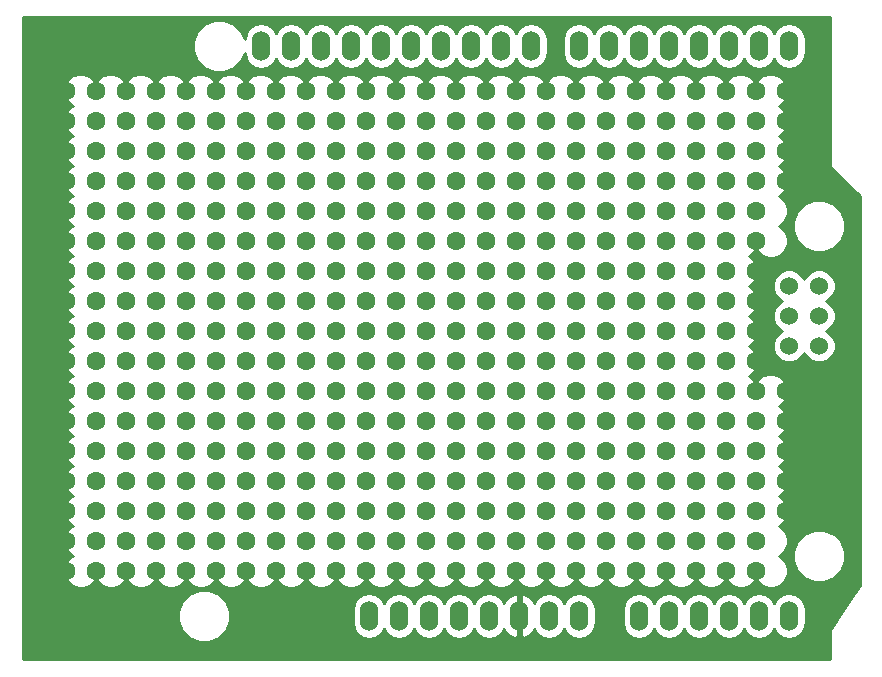
<source format=gbr>
G04 #@! TF.FileFunction,Copper,L2,Bot,Signal*
%FSLAX46Y46*%
G04 Gerber Fmt 4.6, Leading zero omitted, Abs format (unit mm)*
G04 Created by KiCad (PCBNEW 0.201506062246+5717~23~ubuntu15.04.1-product) date Mo 08 Jun 2015 17:14:42 CEST*
%MOMM*%
G01*
G04 APERTURE LIST*
%ADD10C,0.100000*%
%ADD11C,1.600000*%
%ADD12O,1.524000X2.540000*%
%ADD13C,1.524000*%
%ADD14C,0.254000*%
G04 APERTURE END LIST*
D10*
D11*
X67310000Y12700000D03*
X67310000Y15240000D03*
X67310000Y17780000D03*
X67310000Y20320000D03*
X67310000Y22860000D03*
X3810000Y53340000D03*
X6350000Y53340000D03*
X8890000Y53340000D03*
X11430000Y53340000D03*
X3810000Y50800000D03*
X6350000Y50800000D03*
X8890000Y50800000D03*
X11430000Y50800000D03*
X3810000Y5080000D03*
X6350000Y5080000D03*
X8890000Y5080000D03*
X11430000Y5080000D03*
X26670000Y5080000D03*
X24130000Y5080000D03*
X21590000Y5080000D03*
X19050000Y5080000D03*
X62230000Y7620000D03*
X59690000Y7620000D03*
X57150000Y7620000D03*
X54610000Y7620000D03*
X52070000Y7620000D03*
X49530000Y7620000D03*
X46990000Y7620000D03*
X44450000Y7620000D03*
X41910000Y7620000D03*
X39370000Y7620000D03*
X36830000Y7620000D03*
X34290000Y7620000D03*
X31750000Y7620000D03*
X29210000Y7620000D03*
X26670000Y7620000D03*
X24130000Y7620000D03*
X21590000Y7620000D03*
X19050000Y7620000D03*
X16510000Y7620000D03*
X13970000Y7620000D03*
X11430000Y7620000D03*
X8890000Y7620000D03*
X6350000Y7620000D03*
X3810000Y7620000D03*
X62230000Y10160000D03*
X59690000Y10160000D03*
X57150000Y10160000D03*
X54610000Y10160000D03*
X52070000Y10160000D03*
X49530000Y10160000D03*
X46990000Y10160000D03*
X44450000Y10160000D03*
X41910000Y10160000D03*
X39370000Y10160000D03*
X36830000Y10160000D03*
X34290000Y10160000D03*
X31750000Y10160000D03*
X29210000Y10160000D03*
X26670000Y10160000D03*
X24130000Y10160000D03*
X21590000Y10160000D03*
X19050000Y10160000D03*
X16510000Y10160000D03*
X13970000Y10160000D03*
X11430000Y10160000D03*
X8890000Y10160000D03*
X6350000Y10160000D03*
X3810000Y10160000D03*
X64770000Y12700000D03*
X62230000Y12700000D03*
X59690000Y12700000D03*
X57150000Y12700000D03*
X54610000Y12700000D03*
X52070000Y12700000D03*
X49530000Y12700000D03*
X46990000Y12700000D03*
X44450000Y12700000D03*
X41910000Y12700000D03*
X39370000Y12700000D03*
X36830000Y12700000D03*
X34290000Y12700000D03*
X31750000Y12700000D03*
X29210000Y12700000D03*
X26670000Y12700000D03*
X24130000Y12700000D03*
X21590000Y12700000D03*
X19050000Y12700000D03*
X16510000Y12700000D03*
X13970000Y12700000D03*
X11430000Y12700000D03*
X8890000Y12700000D03*
X6350000Y12700000D03*
X3810000Y12700000D03*
X64770000Y15240000D03*
X62230000Y15240000D03*
X59690000Y15240000D03*
X57150000Y15240000D03*
X54610000Y15240000D03*
X52070000Y15240000D03*
X49530000Y15240000D03*
X46990000Y15240000D03*
X44450000Y15240000D03*
X41910000Y15240000D03*
X39370000Y15240000D03*
X36830000Y15240000D03*
X34290000Y15240000D03*
X31750000Y15240000D03*
X29210000Y15240000D03*
X26670000Y15240000D03*
X24130000Y15240000D03*
X21590000Y15240000D03*
X19050000Y15240000D03*
X16510000Y15240000D03*
X13970000Y15240000D03*
X11430000Y15240000D03*
X8890000Y15240000D03*
X6350000Y15240000D03*
X3810000Y15240000D03*
X64770000Y17780000D03*
X62230000Y17780000D03*
X59690000Y17780000D03*
X57150000Y17780000D03*
X54610000Y17780000D03*
X52070000Y17780000D03*
X49530000Y17780000D03*
X46990000Y17780000D03*
X44450000Y17780000D03*
X41910000Y17780000D03*
X39370000Y17780000D03*
X36830000Y17780000D03*
X34290000Y17780000D03*
X31750000Y17780000D03*
X29210000Y17780000D03*
X26670000Y17780000D03*
X24130000Y17780000D03*
X21590000Y17780000D03*
X19050000Y17780000D03*
X16510000Y17780000D03*
X13970000Y17780000D03*
X11430000Y17780000D03*
X8890000Y17780000D03*
X6350000Y17780000D03*
X3810000Y17780000D03*
X64770000Y20320000D03*
X62230000Y20320000D03*
X59690000Y20320000D03*
X57150000Y20320000D03*
X54610000Y20320000D03*
X52070000Y20320000D03*
X49530000Y20320000D03*
X46990000Y20320000D03*
X44450000Y20320000D03*
X41910000Y20320000D03*
X39370000Y20320000D03*
X36830000Y20320000D03*
X34290000Y20320000D03*
X31750000Y20320000D03*
X29210000Y20320000D03*
X26670000Y20320000D03*
X24130000Y20320000D03*
X21590000Y20320000D03*
X19050000Y20320000D03*
X16510000Y20320000D03*
X13970000Y20320000D03*
X11430000Y20320000D03*
X8890000Y20320000D03*
X6350000Y20320000D03*
X3810000Y20320000D03*
X64770000Y22860000D03*
X62230000Y22860000D03*
X59690000Y22860000D03*
X57150000Y22860000D03*
X54610000Y22860000D03*
X52070000Y22860000D03*
X49530000Y22860000D03*
X46990000Y22860000D03*
X44450000Y22860000D03*
X41910000Y22860000D03*
X39370000Y22860000D03*
X36830000Y22860000D03*
X34290000Y22860000D03*
X31750000Y22860000D03*
X29210000Y22860000D03*
X26670000Y22860000D03*
X24130000Y22860000D03*
X21590000Y22860000D03*
X19050000Y22860000D03*
X16510000Y22860000D03*
X13970000Y22860000D03*
X11430000Y22860000D03*
X8890000Y22860000D03*
X6350000Y22860000D03*
X3810000Y22860000D03*
X62230000Y25400000D03*
X59690000Y25400000D03*
X57150000Y25400000D03*
X54610000Y25400000D03*
X52070000Y25400000D03*
X49530000Y25400000D03*
X46990000Y25400000D03*
X44450000Y25400000D03*
X41910000Y25400000D03*
X39370000Y25400000D03*
X36830000Y25400000D03*
X34290000Y25400000D03*
X31750000Y25400000D03*
X29210000Y25400000D03*
X26670000Y25400000D03*
X24130000Y25400000D03*
X21590000Y25400000D03*
X19050000Y25400000D03*
X16510000Y25400000D03*
X13970000Y25400000D03*
X11430000Y25400000D03*
X8890000Y25400000D03*
X6350000Y25400000D03*
X3810000Y25400000D03*
X62230000Y27940000D03*
X59690000Y27940000D03*
X57150000Y27940000D03*
X54610000Y27940000D03*
X52070000Y27940000D03*
X49530000Y27940000D03*
X46990000Y27940000D03*
X44450000Y27940000D03*
X41910000Y27940000D03*
X39370000Y27940000D03*
X36830000Y27940000D03*
X34290000Y27940000D03*
X31750000Y27940000D03*
X29210000Y27940000D03*
X26670000Y27940000D03*
X24130000Y27940000D03*
X21590000Y27940000D03*
X19050000Y27940000D03*
X16510000Y27940000D03*
X13970000Y27940000D03*
X11430000Y27940000D03*
X8890000Y27940000D03*
X6350000Y27940000D03*
X3810000Y27940000D03*
X62230000Y30480000D03*
X59690000Y30480000D03*
X57150000Y30480000D03*
X54610000Y30480000D03*
X52070000Y30480000D03*
X49530000Y30480000D03*
X46990000Y30480000D03*
X44450000Y30480000D03*
X41910000Y30480000D03*
X39370000Y30480000D03*
X36830000Y30480000D03*
X34290000Y30480000D03*
X31750000Y30480000D03*
X29210000Y30480000D03*
X26670000Y30480000D03*
X24130000Y30480000D03*
X21590000Y30480000D03*
X19050000Y30480000D03*
X16510000Y30480000D03*
X13970000Y30480000D03*
X11430000Y30480000D03*
X8890000Y30480000D03*
X6350000Y30480000D03*
X3810000Y30480000D03*
X62230000Y33020000D03*
X59690000Y33020000D03*
X57150000Y33020000D03*
X54610000Y33020000D03*
X52070000Y33020000D03*
X49530000Y33020000D03*
X46990000Y33020000D03*
X44450000Y33020000D03*
X41910000Y33020000D03*
X39370000Y33020000D03*
X36830000Y33020000D03*
X34290000Y33020000D03*
X31750000Y33020000D03*
X29210000Y33020000D03*
X26670000Y33020000D03*
X24130000Y33020000D03*
X21590000Y33020000D03*
X19050000Y33020000D03*
X16510000Y33020000D03*
X13970000Y33020000D03*
X11430000Y33020000D03*
X8890000Y33020000D03*
X6350000Y33020000D03*
X3810000Y33020000D03*
X62230000Y35560000D03*
X59690000Y35560000D03*
X57150000Y35560000D03*
X54610000Y35560000D03*
X52070000Y35560000D03*
X49530000Y35560000D03*
X46990000Y35560000D03*
X44450000Y35560000D03*
X41910000Y35560000D03*
X39370000Y35560000D03*
X36830000Y35560000D03*
X34290000Y35560000D03*
X31750000Y35560000D03*
X29210000Y35560000D03*
X26670000Y35560000D03*
X24130000Y35560000D03*
X21590000Y35560000D03*
X19050000Y35560000D03*
X16510000Y35560000D03*
X13970000Y35560000D03*
X11430000Y35560000D03*
X8890000Y35560000D03*
X6350000Y35560000D03*
X3810000Y35560000D03*
X62230000Y38100000D03*
X59690000Y38100000D03*
X57150000Y38100000D03*
X54610000Y38100000D03*
X52070000Y38100000D03*
X49530000Y38100000D03*
X46990000Y38100000D03*
X44450000Y38100000D03*
X41910000Y38100000D03*
X39370000Y38100000D03*
X36830000Y38100000D03*
X34290000Y38100000D03*
X31750000Y38100000D03*
X29210000Y38100000D03*
X26670000Y38100000D03*
X24130000Y38100000D03*
X21590000Y38100000D03*
X19050000Y38100000D03*
X16510000Y38100000D03*
X13970000Y38100000D03*
X11430000Y38100000D03*
X8890000Y38100000D03*
X6350000Y38100000D03*
X3810000Y38100000D03*
X64770000Y40640000D03*
X62230000Y40640000D03*
X59690000Y40640000D03*
X57150000Y40640000D03*
X54610000Y40640000D03*
X52070000Y40640000D03*
X49530000Y40640000D03*
X46990000Y40640000D03*
X44450000Y40640000D03*
X41910000Y40640000D03*
X39370000Y40640000D03*
X36830000Y40640000D03*
X34290000Y40640000D03*
X31750000Y40640000D03*
X29210000Y40640000D03*
X26670000Y40640000D03*
X24130000Y40640000D03*
X21590000Y40640000D03*
X19050000Y40640000D03*
X16510000Y40640000D03*
X13970000Y40640000D03*
X11430000Y40640000D03*
X8890000Y40640000D03*
X6350000Y40640000D03*
X3810000Y40640000D03*
X64770000Y43180000D03*
X62230000Y43180000D03*
X59690000Y43180000D03*
X57150000Y43180000D03*
X54610000Y43180000D03*
X52070000Y43180000D03*
X49530000Y43180000D03*
X46990000Y43180000D03*
X44450000Y43180000D03*
X41910000Y43180000D03*
X39370000Y43180000D03*
X36830000Y43180000D03*
X34290000Y43180000D03*
X31750000Y43180000D03*
X29210000Y43180000D03*
X26670000Y43180000D03*
X24130000Y43180000D03*
X21590000Y43180000D03*
X19050000Y43180000D03*
X16510000Y43180000D03*
X13970000Y43180000D03*
X11430000Y43180000D03*
X8890000Y43180000D03*
X6350000Y43180000D03*
X3810000Y43180000D03*
X64770000Y45720000D03*
X62230000Y45720000D03*
X59690000Y45720000D03*
X57150000Y45720000D03*
X54610000Y45720000D03*
X52070000Y45720000D03*
X49530000Y45720000D03*
X46990000Y45720000D03*
X44450000Y45720000D03*
X41910000Y45720000D03*
X39370000Y45720000D03*
X36830000Y45720000D03*
X34290000Y45720000D03*
X31750000Y45720000D03*
X29210000Y45720000D03*
X26670000Y45720000D03*
X24130000Y45720000D03*
X21590000Y45720000D03*
X19050000Y45720000D03*
X16510000Y45720000D03*
X13970000Y45720000D03*
X11430000Y45720000D03*
X8890000Y45720000D03*
X6350000Y45720000D03*
X3810000Y45720000D03*
X3810000Y48260000D03*
X64770000Y48260000D03*
X62230000Y48260000D03*
X59690000Y48260000D03*
X57150000Y48260000D03*
X54610000Y48260000D03*
X52070000Y48260000D03*
X49530000Y48260000D03*
X46990000Y48260000D03*
X44450000Y48260000D03*
X41910000Y48260000D03*
X39370000Y48260000D03*
X36830000Y48260000D03*
X34290000Y48260000D03*
X31750000Y48260000D03*
X29210000Y48260000D03*
X26670000Y48260000D03*
X24130000Y48260000D03*
X21590000Y48260000D03*
X19050000Y48260000D03*
X16510000Y48260000D03*
X13970000Y48260000D03*
X11430000Y48260000D03*
X8890000Y48260000D03*
X6350000Y48260000D03*
D12*
X65024000Y3810000D03*
X62484000Y3810000D03*
X59944000Y3810000D03*
X52324000Y3810000D03*
X54864000Y3810000D03*
X57404000Y3810000D03*
X47244000Y3810000D03*
X44704000Y3810000D03*
X42164000Y3810000D03*
X37084000Y3810000D03*
X34544000Y3810000D03*
X65024000Y52070000D03*
X62484000Y52070000D03*
X59944000Y52070000D03*
X57404000Y52070000D03*
X54864000Y52070000D03*
X52324000Y52070000D03*
X49784000Y52070000D03*
X47244000Y52070000D03*
X43180000Y52070000D03*
X40640000Y52070000D03*
X38100000Y52070000D03*
X35560000Y52070000D03*
X33020000Y52070000D03*
X30480000Y52070000D03*
X27940000Y52070000D03*
X25400000Y52070000D03*
X39624000Y3810000D03*
X22860000Y52070000D03*
X20320000Y52070000D03*
X32004000Y3810000D03*
X29464000Y3810000D03*
D13*
X65024000Y31750000D03*
X67564000Y31750000D03*
X65024000Y29210000D03*
X67564000Y29210000D03*
X65024000Y26670000D03*
X67564000Y26670000D03*
D14*
G36*
X70993000Y6388452D02*
X69786885Y4579280D01*
X69786885Y9330143D01*
X69786885Y37270143D01*
X69449242Y38087300D01*
X68824589Y38713045D01*
X68008022Y39052113D01*
X67123857Y39052885D01*
X66421000Y38762470D01*
X66421000Y51524679D01*
X66421000Y52615321D01*
X66314660Y53149930D01*
X66011828Y53603149D01*
X65558609Y53905981D01*
X65024000Y54012321D01*
X64489391Y53905981D01*
X64036172Y53603149D01*
X63754000Y53180850D01*
X63471828Y53603149D01*
X63018609Y53905981D01*
X62484000Y54012321D01*
X61949391Y53905981D01*
X61496172Y53603149D01*
X61214000Y53180850D01*
X60931828Y53603149D01*
X60478609Y53905981D01*
X59944000Y54012321D01*
X59409391Y53905981D01*
X58956172Y53603149D01*
X58674000Y53180850D01*
X58391828Y53603149D01*
X57938609Y53905981D01*
X57404000Y54012321D01*
X56869391Y53905981D01*
X56416172Y53603149D01*
X56134000Y53180850D01*
X55851828Y53603149D01*
X55398609Y53905981D01*
X54864000Y54012321D01*
X54329391Y53905981D01*
X53876172Y53603149D01*
X53594000Y53180850D01*
X53311828Y53603149D01*
X52858609Y53905981D01*
X52324000Y54012321D01*
X51789391Y53905981D01*
X51336172Y53603149D01*
X51054000Y53180850D01*
X50771828Y53603149D01*
X50318609Y53905981D01*
X49784000Y54012321D01*
X49249391Y53905981D01*
X48796172Y53603149D01*
X48514000Y53180850D01*
X48231828Y53603149D01*
X47778609Y53905981D01*
X47244000Y54012321D01*
X46709391Y53905981D01*
X46256172Y53603149D01*
X45953340Y53149930D01*
X45847000Y52615321D01*
X45847000Y51524679D01*
X45953340Y50990070D01*
X46256172Y50536851D01*
X46709391Y50234019D01*
X47244000Y50127679D01*
X47778609Y50234019D01*
X48231828Y50536851D01*
X48514000Y50959151D01*
X48796172Y50536851D01*
X49249391Y50234019D01*
X49784000Y50127679D01*
X50318609Y50234019D01*
X50771828Y50536851D01*
X51054000Y50959151D01*
X51336172Y50536851D01*
X51789391Y50234019D01*
X52324000Y50127679D01*
X52858609Y50234019D01*
X53311828Y50536851D01*
X53594000Y50959151D01*
X53876172Y50536851D01*
X54329391Y50234019D01*
X54864000Y50127679D01*
X55398609Y50234019D01*
X55851828Y50536851D01*
X56134000Y50959151D01*
X56416172Y50536851D01*
X56869391Y50234019D01*
X57404000Y50127679D01*
X57938609Y50234019D01*
X58391828Y50536851D01*
X58674000Y50959151D01*
X58956172Y50536851D01*
X59409391Y50234019D01*
X59944000Y50127679D01*
X60478609Y50234019D01*
X60931828Y50536851D01*
X61214000Y50959151D01*
X61496172Y50536851D01*
X61949391Y50234019D01*
X62484000Y50127679D01*
X63018609Y50234019D01*
X63471828Y50536851D01*
X63754000Y50959151D01*
X64036172Y50536851D01*
X64489391Y50234019D01*
X65024000Y50127679D01*
X65558609Y50234019D01*
X66011828Y50536851D01*
X66314660Y50990070D01*
X66421000Y51524679D01*
X66421000Y38762470D01*
X66306700Y38715242D01*
X65680955Y38090589D01*
X65341887Y37274022D01*
X65341115Y36389857D01*
X65678758Y35572700D01*
X66303411Y34946955D01*
X67119978Y34607887D01*
X68004143Y34607115D01*
X68821300Y34944758D01*
X69447045Y35569411D01*
X69786113Y36385978D01*
X69786885Y37270143D01*
X69786885Y9330143D01*
X69449242Y10147300D01*
X68961242Y10636154D01*
X68961242Y26946661D01*
X68749010Y27460303D01*
X68356370Y27853629D01*
X68148487Y27939950D01*
X68354303Y28024990D01*
X68747629Y28417630D01*
X68960757Y28930900D01*
X68961242Y29486661D01*
X68749010Y30000303D01*
X68356370Y30393629D01*
X68148487Y30479950D01*
X68354303Y30564990D01*
X68747629Y30957630D01*
X68960757Y31470900D01*
X68961242Y32026661D01*
X68749010Y32540303D01*
X68356370Y32933629D01*
X67843100Y33146757D01*
X67287339Y33147242D01*
X66773697Y32935010D01*
X66380371Y32542370D01*
X66294050Y32334488D01*
X66209010Y32540303D01*
X65816370Y32933629D01*
X65303100Y33146757D01*
X64747339Y33147242D01*
X64233697Y32935010D01*
X63840371Y32542370D01*
X63627243Y32029100D01*
X63626758Y31473339D01*
X63838990Y30959697D01*
X64231630Y30566371D01*
X64439512Y30480051D01*
X64233697Y30395010D01*
X63840371Y30002370D01*
X63627243Y29489100D01*
X63626758Y28933339D01*
X63838990Y28419697D01*
X64231630Y28026371D01*
X64439512Y27940051D01*
X64233697Y27855010D01*
X63840371Y27462370D01*
X63627243Y26949100D01*
X63626758Y26393339D01*
X63838990Y25879697D01*
X64231630Y25486371D01*
X64744900Y25273243D01*
X65300661Y25272758D01*
X65814303Y25484990D01*
X66207629Y25877630D01*
X66293949Y26085513D01*
X66378990Y25879697D01*
X66771630Y25486371D01*
X67284900Y25273243D01*
X67840661Y25272758D01*
X68354303Y25484990D01*
X68747629Y25877630D01*
X68960757Y26390900D01*
X68961242Y26946661D01*
X68961242Y10636154D01*
X68824589Y10773045D01*
X68008022Y11112113D01*
X67123857Y11112885D01*
X66306700Y10775242D01*
X65680955Y10150589D01*
X65341887Y9334022D01*
X65341115Y8449857D01*
X65678758Y7632700D01*
X66303411Y7006955D01*
X67119978Y6667887D01*
X68004143Y6667115D01*
X68821300Y7004758D01*
X69447045Y7629411D01*
X69786113Y8445978D01*
X69786885Y9330143D01*
X69786885Y4579280D01*
X68474330Y2610447D01*
X68469581Y2598950D01*
X68462667Y2588601D01*
X68460213Y2576268D01*
X68455414Y2564646D01*
X68455427Y2552203D01*
X68453000Y2540000D01*
X68453000Y127000D01*
X66421000Y127000D01*
X66421000Y3264679D01*
X66421000Y4355321D01*
X66314660Y4889930D01*
X66011828Y5343149D01*
X65558609Y5645981D01*
X65024000Y5752321D01*
X64935248Y5734668D01*
X64935248Y7904187D01*
X64717243Y8431800D01*
X64313923Y8835824D01*
X64183784Y8889863D01*
X64311800Y8942757D01*
X64715824Y9346077D01*
X64934750Y9873309D01*
X64935248Y10444187D01*
X64717243Y10971800D01*
X64313923Y11375824D01*
X64183784Y11429863D01*
X64311800Y11482757D01*
X64715824Y11886077D01*
X64934750Y12413309D01*
X64935248Y12984187D01*
X64717243Y13511800D01*
X64313923Y13915824D01*
X64183784Y13969863D01*
X64311800Y14022757D01*
X64715824Y14426077D01*
X64934750Y14953309D01*
X64935248Y15524187D01*
X64717243Y16051800D01*
X64313923Y16455824D01*
X64183784Y16509863D01*
X64311800Y16562757D01*
X64715824Y16966077D01*
X64934750Y17493309D01*
X64935248Y18064187D01*
X64717243Y18591800D01*
X64313923Y18995824D01*
X64183784Y19049863D01*
X64311800Y19102757D01*
X64715824Y19506077D01*
X64934750Y20033309D01*
X64935248Y20604187D01*
X64717243Y21131800D01*
X64313923Y21535824D01*
X64183784Y21589863D01*
X64311800Y21642757D01*
X64715824Y22046077D01*
X64934750Y22573309D01*
X64935248Y23144187D01*
X64717243Y23671800D01*
X64313923Y24075824D01*
X63786691Y24294750D01*
X63215813Y24295248D01*
X62688200Y24077243D01*
X62284176Y23673923D01*
X62230137Y23543785D01*
X62177243Y23671800D01*
X61773923Y24075824D01*
X61643784Y24129863D01*
X61771800Y24182757D01*
X62175824Y24586077D01*
X62394750Y25113309D01*
X62395248Y25684187D01*
X62177243Y26211800D01*
X61773923Y26615824D01*
X61643784Y26669863D01*
X61771800Y26722757D01*
X62175824Y27126077D01*
X62394750Y27653309D01*
X62395248Y28224187D01*
X62177243Y28751800D01*
X61773923Y29155824D01*
X61643784Y29209863D01*
X61771800Y29262757D01*
X62175824Y29666077D01*
X62394750Y30193309D01*
X62395248Y30764187D01*
X62177243Y31291800D01*
X61773923Y31695824D01*
X61643784Y31749863D01*
X61771800Y31802757D01*
X62175824Y32206077D01*
X62394750Y32733309D01*
X62395248Y33304187D01*
X62177243Y33831800D01*
X61773923Y34235824D01*
X61643784Y34289863D01*
X61771800Y34342757D01*
X62175824Y34746077D01*
X62229862Y34876216D01*
X62282757Y34748200D01*
X62686077Y34344176D01*
X63213309Y34125250D01*
X63784187Y34124752D01*
X64311800Y34342757D01*
X64715824Y34746077D01*
X64934750Y35273309D01*
X64935248Y35844187D01*
X64717243Y36371800D01*
X64313923Y36775824D01*
X64183784Y36829863D01*
X64311800Y36882757D01*
X64715824Y37286077D01*
X64934750Y37813309D01*
X64935248Y38384187D01*
X64717243Y38911800D01*
X64313923Y39315824D01*
X64183784Y39369863D01*
X64311800Y39422757D01*
X64715824Y39826077D01*
X64934750Y40353309D01*
X64935248Y40924187D01*
X64717243Y41451800D01*
X64313923Y41855824D01*
X64183784Y41909863D01*
X64311800Y41962757D01*
X64715824Y42366077D01*
X64934750Y42893309D01*
X64935248Y43464187D01*
X64717243Y43991800D01*
X64313923Y44395824D01*
X64183784Y44449863D01*
X64311800Y44502757D01*
X64715824Y44906077D01*
X64934750Y45433309D01*
X64935248Y46004187D01*
X64717243Y46531800D01*
X64313923Y46935824D01*
X64183784Y46989863D01*
X64311800Y47042757D01*
X64715824Y47446077D01*
X64934750Y47973309D01*
X64935248Y48544187D01*
X64717243Y49071800D01*
X64313923Y49475824D01*
X63786691Y49694750D01*
X63215813Y49695248D01*
X62688200Y49477243D01*
X62284176Y49073923D01*
X62230137Y48943785D01*
X62177243Y49071800D01*
X61773923Y49475824D01*
X61246691Y49694750D01*
X60675813Y49695248D01*
X60148200Y49477243D01*
X59744176Y49073923D01*
X59690137Y48943785D01*
X59637243Y49071800D01*
X59233923Y49475824D01*
X58706691Y49694750D01*
X58135813Y49695248D01*
X57608200Y49477243D01*
X57204176Y49073923D01*
X57150137Y48943785D01*
X57097243Y49071800D01*
X56693923Y49475824D01*
X56166691Y49694750D01*
X55595813Y49695248D01*
X55068200Y49477243D01*
X54664176Y49073923D01*
X54610137Y48943785D01*
X54557243Y49071800D01*
X54153923Y49475824D01*
X53626691Y49694750D01*
X53055813Y49695248D01*
X52528200Y49477243D01*
X52124176Y49073923D01*
X52070137Y48943785D01*
X52017243Y49071800D01*
X51613923Y49475824D01*
X51086691Y49694750D01*
X50515813Y49695248D01*
X49988200Y49477243D01*
X49584176Y49073923D01*
X49530137Y48943785D01*
X49477243Y49071800D01*
X49073923Y49475824D01*
X48546691Y49694750D01*
X47975813Y49695248D01*
X47448200Y49477243D01*
X47044176Y49073923D01*
X46990137Y48943785D01*
X46937243Y49071800D01*
X46533923Y49475824D01*
X46006691Y49694750D01*
X45435813Y49695248D01*
X44908200Y49477243D01*
X44577000Y49146621D01*
X44577000Y51524679D01*
X44577000Y52615321D01*
X44470660Y53149930D01*
X44167828Y53603149D01*
X43714609Y53905981D01*
X43180000Y54012321D01*
X42645391Y53905981D01*
X42192172Y53603149D01*
X41910000Y53180850D01*
X41627828Y53603149D01*
X41174609Y53905981D01*
X40640000Y54012321D01*
X40105391Y53905981D01*
X39652172Y53603149D01*
X39370000Y53180850D01*
X39087828Y53603149D01*
X38634609Y53905981D01*
X38100000Y54012321D01*
X37565391Y53905981D01*
X37112172Y53603149D01*
X36830000Y53180850D01*
X36547828Y53603149D01*
X36094609Y53905981D01*
X35560000Y54012321D01*
X35025391Y53905981D01*
X34572172Y53603149D01*
X34290000Y53180850D01*
X34007828Y53603149D01*
X33554609Y53905981D01*
X33020000Y54012321D01*
X32485391Y53905981D01*
X32032172Y53603149D01*
X31750000Y53180850D01*
X31467828Y53603149D01*
X31014609Y53905981D01*
X30480000Y54012321D01*
X29945391Y53905981D01*
X29492172Y53603149D01*
X29210000Y53180850D01*
X28927828Y53603149D01*
X28474609Y53905981D01*
X27940000Y54012321D01*
X27405391Y53905981D01*
X26952172Y53603149D01*
X26670000Y53180850D01*
X26387828Y53603149D01*
X25934609Y53905981D01*
X25400000Y54012321D01*
X24865391Y53905981D01*
X24412172Y53603149D01*
X24130000Y53180850D01*
X23847828Y53603149D01*
X23394609Y53905981D01*
X22860000Y54012321D01*
X22325391Y53905981D01*
X21872172Y53603149D01*
X21590000Y53180850D01*
X21307828Y53603149D01*
X20854609Y53905981D01*
X20320000Y54012321D01*
X19785391Y53905981D01*
X19332172Y53603149D01*
X19029340Y53149930D01*
X18929637Y52648692D01*
X18649242Y53327300D01*
X18024589Y53953045D01*
X17208022Y54292113D01*
X16323857Y54292885D01*
X15506700Y53955242D01*
X14880955Y53330589D01*
X14541887Y52514022D01*
X14541115Y51629857D01*
X14878758Y50812700D01*
X15503411Y50186955D01*
X16319978Y49847887D01*
X17204143Y49847115D01*
X18021300Y50184758D01*
X18647045Y50809411D01*
X18929817Y51490404D01*
X19029340Y50990070D01*
X19332172Y50536851D01*
X19785391Y50234019D01*
X20320000Y50127679D01*
X20854609Y50234019D01*
X21307828Y50536851D01*
X21590000Y50959151D01*
X21872172Y50536851D01*
X22325391Y50234019D01*
X22860000Y50127679D01*
X23394609Y50234019D01*
X23847828Y50536851D01*
X24130000Y50959151D01*
X24412172Y50536851D01*
X24865391Y50234019D01*
X25400000Y50127679D01*
X25934609Y50234019D01*
X26387828Y50536851D01*
X26670000Y50959151D01*
X26952172Y50536851D01*
X27405391Y50234019D01*
X27940000Y50127679D01*
X28474609Y50234019D01*
X28927828Y50536851D01*
X29210000Y50959151D01*
X29492172Y50536851D01*
X29945391Y50234019D01*
X30480000Y50127679D01*
X31014609Y50234019D01*
X31467828Y50536851D01*
X31750000Y50959151D01*
X32032172Y50536851D01*
X32485391Y50234019D01*
X33020000Y50127679D01*
X33554609Y50234019D01*
X34007828Y50536851D01*
X34290000Y50959151D01*
X34572172Y50536851D01*
X35025391Y50234019D01*
X35560000Y50127679D01*
X36094609Y50234019D01*
X36547828Y50536851D01*
X36830000Y50959151D01*
X37112172Y50536851D01*
X37565391Y50234019D01*
X38100000Y50127679D01*
X38634609Y50234019D01*
X39087828Y50536851D01*
X39370000Y50959151D01*
X39652172Y50536851D01*
X40105391Y50234019D01*
X40640000Y50127679D01*
X41174609Y50234019D01*
X41627828Y50536851D01*
X41910000Y50959151D01*
X42192172Y50536851D01*
X42645391Y50234019D01*
X43180000Y50127679D01*
X43714609Y50234019D01*
X44167828Y50536851D01*
X44470660Y50990070D01*
X44577000Y51524679D01*
X44577000Y49146621D01*
X44504176Y49073923D01*
X44450137Y48943785D01*
X44397243Y49071800D01*
X43993923Y49475824D01*
X43466691Y49694750D01*
X42895813Y49695248D01*
X42368200Y49477243D01*
X41964176Y49073923D01*
X41910137Y48943785D01*
X41857243Y49071800D01*
X41453923Y49475824D01*
X40926691Y49694750D01*
X40355813Y49695248D01*
X39828200Y49477243D01*
X39424176Y49073923D01*
X39370137Y48943785D01*
X39317243Y49071800D01*
X38913923Y49475824D01*
X38386691Y49694750D01*
X37815813Y49695248D01*
X37288200Y49477243D01*
X36884176Y49073923D01*
X36830137Y48943785D01*
X36777243Y49071800D01*
X36373923Y49475824D01*
X35846691Y49694750D01*
X35275813Y49695248D01*
X34748200Y49477243D01*
X34344176Y49073923D01*
X34290137Y48943785D01*
X34237243Y49071800D01*
X33833923Y49475824D01*
X33306691Y49694750D01*
X32735813Y49695248D01*
X32208200Y49477243D01*
X31804176Y49073923D01*
X31750137Y48943785D01*
X31697243Y49071800D01*
X31293923Y49475824D01*
X30766691Y49694750D01*
X30195813Y49695248D01*
X29668200Y49477243D01*
X29264176Y49073923D01*
X29210137Y48943785D01*
X29157243Y49071800D01*
X28753923Y49475824D01*
X28226691Y49694750D01*
X27655813Y49695248D01*
X27128200Y49477243D01*
X26724176Y49073923D01*
X26670137Y48943785D01*
X26617243Y49071800D01*
X26213923Y49475824D01*
X25686691Y49694750D01*
X25115813Y49695248D01*
X24588200Y49477243D01*
X24184176Y49073923D01*
X24130137Y48943785D01*
X24077243Y49071800D01*
X23673923Y49475824D01*
X23146691Y49694750D01*
X22575813Y49695248D01*
X22048200Y49477243D01*
X21644176Y49073923D01*
X21590137Y48943785D01*
X21537243Y49071800D01*
X21133923Y49475824D01*
X20606691Y49694750D01*
X20035813Y49695248D01*
X19508200Y49477243D01*
X19104176Y49073923D01*
X19050137Y48943785D01*
X18997243Y49071800D01*
X18593923Y49475824D01*
X18066691Y49694750D01*
X17495813Y49695248D01*
X16968200Y49477243D01*
X16564176Y49073923D01*
X16510137Y48943785D01*
X16457243Y49071800D01*
X16053923Y49475824D01*
X15526691Y49694750D01*
X14955813Y49695248D01*
X14428200Y49477243D01*
X14024176Y49073923D01*
X13970137Y48943785D01*
X13917243Y49071800D01*
X13513923Y49475824D01*
X12986691Y49694750D01*
X12415813Y49695248D01*
X11888200Y49477243D01*
X11484176Y49073923D01*
X11430137Y48943785D01*
X11377243Y49071800D01*
X10973923Y49475824D01*
X10446691Y49694750D01*
X9875813Y49695248D01*
X9348200Y49477243D01*
X8944176Y49073923D01*
X8890137Y48943785D01*
X8837243Y49071800D01*
X8433923Y49475824D01*
X7906691Y49694750D01*
X7335813Y49695248D01*
X6808200Y49477243D01*
X6404176Y49073923D01*
X6350137Y48943785D01*
X6297243Y49071800D01*
X5893923Y49475824D01*
X5366691Y49694750D01*
X4795813Y49695248D01*
X4268200Y49477243D01*
X3864176Y49073923D01*
X3645250Y48546691D01*
X3644752Y47975813D01*
X3862757Y47448200D01*
X4266077Y47044176D01*
X4396215Y46990138D01*
X4268200Y46937243D01*
X3864176Y46533923D01*
X3645250Y46006691D01*
X3644752Y45435813D01*
X3862757Y44908200D01*
X4266077Y44504176D01*
X4396215Y44450138D01*
X4268200Y44397243D01*
X3864176Y43993923D01*
X3645250Y43466691D01*
X3644752Y42895813D01*
X3862757Y42368200D01*
X4266077Y41964176D01*
X4396215Y41910138D01*
X4268200Y41857243D01*
X3864176Y41453923D01*
X3645250Y40926691D01*
X3644752Y40355813D01*
X3862757Y39828200D01*
X4266077Y39424176D01*
X4396215Y39370138D01*
X4268200Y39317243D01*
X3864176Y38913923D01*
X3645250Y38386691D01*
X3644752Y37815813D01*
X3862757Y37288200D01*
X4266077Y36884176D01*
X4396215Y36830138D01*
X4268200Y36777243D01*
X3864176Y36373923D01*
X3645250Y35846691D01*
X3644752Y35275813D01*
X3862757Y34748200D01*
X4266077Y34344176D01*
X4396215Y34290138D01*
X4268200Y34237243D01*
X3864176Y33833923D01*
X3645250Y33306691D01*
X3644752Y32735813D01*
X3862757Y32208200D01*
X4266077Y31804176D01*
X4396215Y31750138D01*
X4268200Y31697243D01*
X3864176Y31293923D01*
X3645250Y30766691D01*
X3644752Y30195813D01*
X3862757Y29668200D01*
X4266077Y29264176D01*
X4396215Y29210138D01*
X4268200Y29157243D01*
X3864176Y28753923D01*
X3645250Y28226691D01*
X3644752Y27655813D01*
X3862757Y27128200D01*
X4266077Y26724176D01*
X4396215Y26670138D01*
X4268200Y26617243D01*
X3864176Y26213923D01*
X3645250Y25686691D01*
X3644752Y25115813D01*
X3862757Y24588200D01*
X4266077Y24184176D01*
X4396215Y24130138D01*
X4268200Y24077243D01*
X3864176Y23673923D01*
X3645250Y23146691D01*
X3644752Y22575813D01*
X3862757Y22048200D01*
X4266077Y21644176D01*
X4396215Y21590138D01*
X4268200Y21537243D01*
X3864176Y21133923D01*
X3645250Y20606691D01*
X3644752Y20035813D01*
X3862757Y19508200D01*
X4266077Y19104176D01*
X4396215Y19050138D01*
X4268200Y18997243D01*
X3864176Y18593923D01*
X3645250Y18066691D01*
X3644752Y17495813D01*
X3862757Y16968200D01*
X4266077Y16564176D01*
X4396215Y16510138D01*
X4268200Y16457243D01*
X3864176Y16053923D01*
X3645250Y15526691D01*
X3644752Y14955813D01*
X3862757Y14428200D01*
X4266077Y14024176D01*
X4396215Y13970138D01*
X4268200Y13917243D01*
X3864176Y13513923D01*
X3645250Y12986691D01*
X3644752Y12415813D01*
X3862757Y11888200D01*
X4266077Y11484176D01*
X4396215Y11430138D01*
X4268200Y11377243D01*
X3864176Y10973923D01*
X3645250Y10446691D01*
X3644752Y9875813D01*
X3862757Y9348200D01*
X4266077Y8944176D01*
X4396215Y8890138D01*
X4268200Y8837243D01*
X3864176Y8433923D01*
X3645250Y7906691D01*
X3644752Y7335813D01*
X3862757Y6808200D01*
X4266077Y6404176D01*
X4793309Y6185250D01*
X5364187Y6184752D01*
X5891800Y6402757D01*
X6295824Y6806077D01*
X6349862Y6936216D01*
X6402757Y6808200D01*
X6806077Y6404176D01*
X7333309Y6185250D01*
X7904187Y6184752D01*
X8431800Y6402757D01*
X8835824Y6806077D01*
X8889862Y6936216D01*
X8942757Y6808200D01*
X9346077Y6404176D01*
X9873309Y6185250D01*
X10444187Y6184752D01*
X10971800Y6402757D01*
X11375824Y6806077D01*
X11429862Y6936216D01*
X11482757Y6808200D01*
X11886077Y6404176D01*
X12413309Y6185250D01*
X12984187Y6184752D01*
X13511800Y6402757D01*
X13915824Y6806077D01*
X13969862Y6936216D01*
X14022757Y6808200D01*
X14426077Y6404176D01*
X14953309Y6185250D01*
X15524187Y6184752D01*
X16051800Y6402757D01*
X16455824Y6806077D01*
X16509862Y6936216D01*
X16562757Y6808200D01*
X16966077Y6404176D01*
X17493309Y6185250D01*
X18064187Y6184752D01*
X18591800Y6402757D01*
X18995824Y6806077D01*
X19049862Y6936216D01*
X19102757Y6808200D01*
X19506077Y6404176D01*
X20033309Y6185250D01*
X20604187Y6184752D01*
X21131800Y6402757D01*
X21535824Y6806077D01*
X21589862Y6936216D01*
X21642757Y6808200D01*
X22046077Y6404176D01*
X22573309Y6185250D01*
X23144187Y6184752D01*
X23671800Y6402757D01*
X24075824Y6806077D01*
X24129862Y6936216D01*
X24182757Y6808200D01*
X24586077Y6404176D01*
X25113309Y6185250D01*
X25684187Y6184752D01*
X26211800Y6402757D01*
X26615824Y6806077D01*
X26669862Y6936216D01*
X26722757Y6808200D01*
X27126077Y6404176D01*
X27653309Y6185250D01*
X28224187Y6184752D01*
X28751800Y6402757D01*
X29155824Y6806077D01*
X29209862Y6936216D01*
X29262757Y6808200D01*
X29666077Y6404176D01*
X30193309Y6185250D01*
X30764187Y6184752D01*
X31291800Y6402757D01*
X31695824Y6806077D01*
X31749862Y6936216D01*
X31802757Y6808200D01*
X32206077Y6404176D01*
X32733309Y6185250D01*
X33304187Y6184752D01*
X33831800Y6402757D01*
X34235824Y6806077D01*
X34289862Y6936216D01*
X34342757Y6808200D01*
X34746077Y6404176D01*
X35273309Y6185250D01*
X35844187Y6184752D01*
X36371800Y6402757D01*
X36775824Y6806077D01*
X36829862Y6936216D01*
X36882757Y6808200D01*
X37286077Y6404176D01*
X37813309Y6185250D01*
X38384187Y6184752D01*
X38911800Y6402757D01*
X39315824Y6806077D01*
X39369862Y6936216D01*
X39422757Y6808200D01*
X39826077Y6404176D01*
X40353309Y6185250D01*
X40924187Y6184752D01*
X41451800Y6402757D01*
X41855824Y6806077D01*
X41909862Y6936216D01*
X41962757Y6808200D01*
X42366077Y6404176D01*
X42893309Y6185250D01*
X43464187Y6184752D01*
X43991800Y6402757D01*
X44395824Y6806077D01*
X44449862Y6936216D01*
X44502757Y6808200D01*
X44906077Y6404176D01*
X45433309Y6185250D01*
X46004187Y6184752D01*
X46531800Y6402757D01*
X46935824Y6806077D01*
X46989862Y6936216D01*
X47042757Y6808200D01*
X47446077Y6404176D01*
X47973309Y6185250D01*
X48544187Y6184752D01*
X49071800Y6402757D01*
X49475824Y6806077D01*
X49529862Y6936216D01*
X49582757Y6808200D01*
X49986077Y6404176D01*
X50513309Y6185250D01*
X51084187Y6184752D01*
X51611800Y6402757D01*
X52015824Y6806077D01*
X52069862Y6936216D01*
X52122757Y6808200D01*
X52526077Y6404176D01*
X53053309Y6185250D01*
X53624187Y6184752D01*
X54151800Y6402757D01*
X54555824Y6806077D01*
X54609862Y6936216D01*
X54662757Y6808200D01*
X55066077Y6404176D01*
X55593309Y6185250D01*
X56164187Y6184752D01*
X56691800Y6402757D01*
X57095824Y6806077D01*
X57149862Y6936216D01*
X57202757Y6808200D01*
X57606077Y6404176D01*
X58133309Y6185250D01*
X58704187Y6184752D01*
X59231800Y6402757D01*
X59635824Y6806077D01*
X59689862Y6936216D01*
X59742757Y6808200D01*
X60146077Y6404176D01*
X60673309Y6185250D01*
X61244187Y6184752D01*
X61771800Y6402757D01*
X62175824Y6806077D01*
X62229862Y6936216D01*
X62282757Y6808200D01*
X62686077Y6404176D01*
X63213309Y6185250D01*
X63784187Y6184752D01*
X64311800Y6402757D01*
X64715824Y6806077D01*
X64934750Y7333309D01*
X64935248Y7904187D01*
X64935248Y5734668D01*
X64489391Y5645981D01*
X64036172Y5343149D01*
X63754000Y4920850D01*
X63471828Y5343149D01*
X63018609Y5645981D01*
X62484000Y5752321D01*
X61949391Y5645981D01*
X61496172Y5343149D01*
X61214000Y4920850D01*
X60931828Y5343149D01*
X60478609Y5645981D01*
X59944000Y5752321D01*
X59409391Y5645981D01*
X58956172Y5343149D01*
X58674000Y4920850D01*
X58391828Y5343149D01*
X57938609Y5645981D01*
X57404000Y5752321D01*
X56869391Y5645981D01*
X56416172Y5343149D01*
X56134000Y4920850D01*
X55851828Y5343149D01*
X55398609Y5645981D01*
X54864000Y5752321D01*
X54329391Y5645981D01*
X53876172Y5343149D01*
X53594000Y4920850D01*
X53311828Y5343149D01*
X52858609Y5645981D01*
X52324000Y5752321D01*
X51789391Y5645981D01*
X51336172Y5343149D01*
X51033340Y4889930D01*
X50927000Y4355321D01*
X50927000Y3264679D01*
X51033340Y2730070D01*
X51336172Y2276851D01*
X51789391Y1974019D01*
X52324000Y1867679D01*
X52858609Y1974019D01*
X53311828Y2276851D01*
X53594000Y2699151D01*
X53876172Y2276851D01*
X54329391Y1974019D01*
X54864000Y1867679D01*
X55398609Y1974019D01*
X55851828Y2276851D01*
X56134000Y2699151D01*
X56416172Y2276851D01*
X56869391Y1974019D01*
X57404000Y1867679D01*
X57938609Y1974019D01*
X58391828Y2276851D01*
X58674000Y2699151D01*
X58956172Y2276851D01*
X59409391Y1974019D01*
X59944000Y1867679D01*
X60478609Y1974019D01*
X60931828Y2276851D01*
X61214000Y2699151D01*
X61496172Y2276851D01*
X61949391Y1974019D01*
X62484000Y1867679D01*
X63018609Y1974019D01*
X63471828Y2276851D01*
X63754000Y2699151D01*
X64036172Y2276851D01*
X64489391Y1974019D01*
X65024000Y1867679D01*
X65558609Y1974019D01*
X66011828Y2276851D01*
X66314660Y2730070D01*
X66421000Y3264679D01*
X66421000Y127000D01*
X48641000Y127000D01*
X48641000Y3264679D01*
X48641000Y4355321D01*
X48534660Y4889930D01*
X48231828Y5343149D01*
X47778609Y5645981D01*
X47244000Y5752321D01*
X46709391Y5645981D01*
X46256172Y5343149D01*
X45974000Y4920850D01*
X45691828Y5343149D01*
X45238609Y5645981D01*
X44704000Y5752321D01*
X44169391Y5645981D01*
X43716172Y5343149D01*
X43424670Y4906887D01*
X43406059Y4969941D01*
X43062026Y5395630D01*
X42581277Y5657260D01*
X42507070Y5672220D01*
X42291000Y5549720D01*
X42291000Y3937000D01*
X42311000Y3937000D01*
X42311000Y3683000D01*
X42291000Y3683000D01*
X42291000Y2070280D01*
X42507070Y1947780D01*
X42581277Y1962740D01*
X43062026Y2224370D01*
X43406059Y2650059D01*
X43424670Y2713114D01*
X43716172Y2276851D01*
X44169391Y1974019D01*
X44704000Y1867679D01*
X45238609Y1974019D01*
X45691828Y2276851D01*
X45974000Y2699151D01*
X46256172Y2276851D01*
X46709391Y1974019D01*
X47244000Y1867679D01*
X47778609Y1974019D01*
X48231828Y2276851D01*
X48534660Y2730070D01*
X48641000Y3264679D01*
X48641000Y127000D01*
X42037000Y127000D01*
X42037000Y2070280D01*
X42037000Y3683000D01*
X42017000Y3683000D01*
X42017000Y3937000D01*
X42037000Y3937000D01*
X42037000Y5549720D01*
X41820930Y5672220D01*
X41746723Y5657260D01*
X41265974Y5395630D01*
X40921941Y4969941D01*
X40903329Y4906887D01*
X40611828Y5343149D01*
X40158609Y5645981D01*
X39624000Y5752321D01*
X39089391Y5645981D01*
X38636172Y5343149D01*
X38354000Y4920850D01*
X38071828Y5343149D01*
X37618609Y5645981D01*
X37084000Y5752321D01*
X36549391Y5645981D01*
X36096172Y5343149D01*
X35814000Y4920850D01*
X35531828Y5343149D01*
X35078609Y5645981D01*
X34544000Y5752321D01*
X34009391Y5645981D01*
X33556172Y5343149D01*
X33274000Y4920850D01*
X32991828Y5343149D01*
X32538609Y5645981D01*
X32004000Y5752321D01*
X31469391Y5645981D01*
X31016172Y5343149D01*
X30734000Y4920850D01*
X30451828Y5343149D01*
X29998609Y5645981D01*
X29464000Y5752321D01*
X28929391Y5645981D01*
X28476172Y5343149D01*
X28173340Y4889930D01*
X28067000Y4355321D01*
X28067000Y3264679D01*
X28173340Y2730070D01*
X28476172Y2276851D01*
X28929391Y1974019D01*
X29464000Y1867679D01*
X29998609Y1974019D01*
X30451828Y2276851D01*
X30734000Y2699151D01*
X31016172Y2276851D01*
X31469391Y1974019D01*
X32004000Y1867679D01*
X32538609Y1974019D01*
X32991828Y2276851D01*
X33274000Y2699151D01*
X33556172Y2276851D01*
X34009391Y1974019D01*
X34544000Y1867679D01*
X35078609Y1974019D01*
X35531828Y2276851D01*
X35814000Y2699151D01*
X36096172Y2276851D01*
X36549391Y1974019D01*
X37084000Y1867679D01*
X37618609Y1974019D01*
X38071828Y2276851D01*
X38354000Y2699151D01*
X38636172Y2276851D01*
X39089391Y1974019D01*
X39624000Y1867679D01*
X40158609Y1974019D01*
X40611828Y2276851D01*
X40903329Y2713114D01*
X40921941Y2650059D01*
X41265974Y2224370D01*
X41746723Y1962740D01*
X41820930Y1947780D01*
X42037000Y2070280D01*
X42037000Y127000D01*
X17716885Y127000D01*
X17716885Y4250143D01*
X17379242Y5067300D01*
X16754589Y5693045D01*
X15938022Y6032113D01*
X15053857Y6032885D01*
X14236700Y5695242D01*
X13610955Y5070589D01*
X13271887Y4254022D01*
X13271115Y3369857D01*
X13608758Y2552700D01*
X14233411Y1926955D01*
X15049978Y1587887D01*
X15934143Y1587115D01*
X16751300Y1924758D01*
X17377045Y2549411D01*
X17716113Y3365978D01*
X17716885Y4250143D01*
X17716885Y127000D01*
X127000Y127000D01*
X127000Y54483000D01*
X1270000Y54483000D01*
X68453000Y54483000D01*
X68453000Y41910006D01*
X68452999Y41910000D01*
X68462667Y41861399D01*
X68490197Y41820197D01*
X70993000Y39317395D01*
X70993000Y6388452D01*
X70993000Y6388452D01*
G37*
X70993000Y6388452D02*
X69786885Y4579280D01*
X69786885Y9330143D01*
X69786885Y37270143D01*
X69449242Y38087300D01*
X68824589Y38713045D01*
X68008022Y39052113D01*
X67123857Y39052885D01*
X66421000Y38762470D01*
X66421000Y51524679D01*
X66421000Y52615321D01*
X66314660Y53149930D01*
X66011828Y53603149D01*
X65558609Y53905981D01*
X65024000Y54012321D01*
X64489391Y53905981D01*
X64036172Y53603149D01*
X63754000Y53180850D01*
X63471828Y53603149D01*
X63018609Y53905981D01*
X62484000Y54012321D01*
X61949391Y53905981D01*
X61496172Y53603149D01*
X61214000Y53180850D01*
X60931828Y53603149D01*
X60478609Y53905981D01*
X59944000Y54012321D01*
X59409391Y53905981D01*
X58956172Y53603149D01*
X58674000Y53180850D01*
X58391828Y53603149D01*
X57938609Y53905981D01*
X57404000Y54012321D01*
X56869391Y53905981D01*
X56416172Y53603149D01*
X56134000Y53180850D01*
X55851828Y53603149D01*
X55398609Y53905981D01*
X54864000Y54012321D01*
X54329391Y53905981D01*
X53876172Y53603149D01*
X53594000Y53180850D01*
X53311828Y53603149D01*
X52858609Y53905981D01*
X52324000Y54012321D01*
X51789391Y53905981D01*
X51336172Y53603149D01*
X51054000Y53180850D01*
X50771828Y53603149D01*
X50318609Y53905981D01*
X49784000Y54012321D01*
X49249391Y53905981D01*
X48796172Y53603149D01*
X48514000Y53180850D01*
X48231828Y53603149D01*
X47778609Y53905981D01*
X47244000Y54012321D01*
X46709391Y53905981D01*
X46256172Y53603149D01*
X45953340Y53149930D01*
X45847000Y52615321D01*
X45847000Y51524679D01*
X45953340Y50990070D01*
X46256172Y50536851D01*
X46709391Y50234019D01*
X47244000Y50127679D01*
X47778609Y50234019D01*
X48231828Y50536851D01*
X48514000Y50959151D01*
X48796172Y50536851D01*
X49249391Y50234019D01*
X49784000Y50127679D01*
X50318609Y50234019D01*
X50771828Y50536851D01*
X51054000Y50959151D01*
X51336172Y50536851D01*
X51789391Y50234019D01*
X52324000Y50127679D01*
X52858609Y50234019D01*
X53311828Y50536851D01*
X53594000Y50959151D01*
X53876172Y50536851D01*
X54329391Y50234019D01*
X54864000Y50127679D01*
X55398609Y50234019D01*
X55851828Y50536851D01*
X56134000Y50959151D01*
X56416172Y50536851D01*
X56869391Y50234019D01*
X57404000Y50127679D01*
X57938609Y50234019D01*
X58391828Y50536851D01*
X58674000Y50959151D01*
X58956172Y50536851D01*
X59409391Y50234019D01*
X59944000Y50127679D01*
X60478609Y50234019D01*
X60931828Y50536851D01*
X61214000Y50959151D01*
X61496172Y50536851D01*
X61949391Y50234019D01*
X62484000Y50127679D01*
X63018609Y50234019D01*
X63471828Y50536851D01*
X63754000Y50959151D01*
X64036172Y50536851D01*
X64489391Y50234019D01*
X65024000Y50127679D01*
X65558609Y50234019D01*
X66011828Y50536851D01*
X66314660Y50990070D01*
X66421000Y51524679D01*
X66421000Y38762470D01*
X66306700Y38715242D01*
X65680955Y38090589D01*
X65341887Y37274022D01*
X65341115Y36389857D01*
X65678758Y35572700D01*
X66303411Y34946955D01*
X67119978Y34607887D01*
X68004143Y34607115D01*
X68821300Y34944758D01*
X69447045Y35569411D01*
X69786113Y36385978D01*
X69786885Y37270143D01*
X69786885Y9330143D01*
X69449242Y10147300D01*
X68961242Y10636154D01*
X68961242Y26946661D01*
X68749010Y27460303D01*
X68356370Y27853629D01*
X68148487Y27939950D01*
X68354303Y28024990D01*
X68747629Y28417630D01*
X68960757Y28930900D01*
X68961242Y29486661D01*
X68749010Y30000303D01*
X68356370Y30393629D01*
X68148487Y30479950D01*
X68354303Y30564990D01*
X68747629Y30957630D01*
X68960757Y31470900D01*
X68961242Y32026661D01*
X68749010Y32540303D01*
X68356370Y32933629D01*
X67843100Y33146757D01*
X67287339Y33147242D01*
X66773697Y32935010D01*
X66380371Y32542370D01*
X66294050Y32334488D01*
X66209010Y32540303D01*
X65816370Y32933629D01*
X65303100Y33146757D01*
X64747339Y33147242D01*
X64233697Y32935010D01*
X63840371Y32542370D01*
X63627243Y32029100D01*
X63626758Y31473339D01*
X63838990Y30959697D01*
X64231630Y30566371D01*
X64439512Y30480051D01*
X64233697Y30395010D01*
X63840371Y30002370D01*
X63627243Y29489100D01*
X63626758Y28933339D01*
X63838990Y28419697D01*
X64231630Y28026371D01*
X64439512Y27940051D01*
X64233697Y27855010D01*
X63840371Y27462370D01*
X63627243Y26949100D01*
X63626758Y26393339D01*
X63838990Y25879697D01*
X64231630Y25486371D01*
X64744900Y25273243D01*
X65300661Y25272758D01*
X65814303Y25484990D01*
X66207629Y25877630D01*
X66293949Y26085513D01*
X66378990Y25879697D01*
X66771630Y25486371D01*
X67284900Y25273243D01*
X67840661Y25272758D01*
X68354303Y25484990D01*
X68747629Y25877630D01*
X68960757Y26390900D01*
X68961242Y26946661D01*
X68961242Y10636154D01*
X68824589Y10773045D01*
X68008022Y11112113D01*
X67123857Y11112885D01*
X66306700Y10775242D01*
X65680955Y10150589D01*
X65341887Y9334022D01*
X65341115Y8449857D01*
X65678758Y7632700D01*
X66303411Y7006955D01*
X67119978Y6667887D01*
X68004143Y6667115D01*
X68821300Y7004758D01*
X69447045Y7629411D01*
X69786113Y8445978D01*
X69786885Y9330143D01*
X69786885Y4579280D01*
X68474330Y2610447D01*
X68469581Y2598950D01*
X68462667Y2588601D01*
X68460213Y2576268D01*
X68455414Y2564646D01*
X68455427Y2552203D01*
X68453000Y2540000D01*
X68453000Y127000D01*
X66421000Y127000D01*
X66421000Y3264679D01*
X66421000Y4355321D01*
X66314660Y4889930D01*
X66011828Y5343149D01*
X65558609Y5645981D01*
X65024000Y5752321D01*
X64935248Y5734668D01*
X64935248Y7904187D01*
X64717243Y8431800D01*
X64313923Y8835824D01*
X64183784Y8889863D01*
X64311800Y8942757D01*
X64715824Y9346077D01*
X64934750Y9873309D01*
X64935248Y10444187D01*
X64717243Y10971800D01*
X64313923Y11375824D01*
X64183784Y11429863D01*
X64311800Y11482757D01*
X64715824Y11886077D01*
X64934750Y12413309D01*
X64935248Y12984187D01*
X64717243Y13511800D01*
X64313923Y13915824D01*
X64183784Y13969863D01*
X64311800Y14022757D01*
X64715824Y14426077D01*
X64934750Y14953309D01*
X64935248Y15524187D01*
X64717243Y16051800D01*
X64313923Y16455824D01*
X64183784Y16509863D01*
X64311800Y16562757D01*
X64715824Y16966077D01*
X64934750Y17493309D01*
X64935248Y18064187D01*
X64717243Y18591800D01*
X64313923Y18995824D01*
X64183784Y19049863D01*
X64311800Y19102757D01*
X64715824Y19506077D01*
X64934750Y20033309D01*
X64935248Y20604187D01*
X64717243Y21131800D01*
X64313923Y21535824D01*
X64183784Y21589863D01*
X64311800Y21642757D01*
X64715824Y22046077D01*
X64934750Y22573309D01*
X64935248Y23144187D01*
X64717243Y23671800D01*
X64313923Y24075824D01*
X63786691Y24294750D01*
X63215813Y24295248D01*
X62688200Y24077243D01*
X62284176Y23673923D01*
X62230137Y23543785D01*
X62177243Y23671800D01*
X61773923Y24075824D01*
X61643784Y24129863D01*
X61771800Y24182757D01*
X62175824Y24586077D01*
X62394750Y25113309D01*
X62395248Y25684187D01*
X62177243Y26211800D01*
X61773923Y26615824D01*
X61643784Y26669863D01*
X61771800Y26722757D01*
X62175824Y27126077D01*
X62394750Y27653309D01*
X62395248Y28224187D01*
X62177243Y28751800D01*
X61773923Y29155824D01*
X61643784Y29209863D01*
X61771800Y29262757D01*
X62175824Y29666077D01*
X62394750Y30193309D01*
X62395248Y30764187D01*
X62177243Y31291800D01*
X61773923Y31695824D01*
X61643784Y31749863D01*
X61771800Y31802757D01*
X62175824Y32206077D01*
X62394750Y32733309D01*
X62395248Y33304187D01*
X62177243Y33831800D01*
X61773923Y34235824D01*
X61643784Y34289863D01*
X61771800Y34342757D01*
X62175824Y34746077D01*
X62229862Y34876216D01*
X62282757Y34748200D01*
X62686077Y34344176D01*
X63213309Y34125250D01*
X63784187Y34124752D01*
X64311800Y34342757D01*
X64715824Y34746077D01*
X64934750Y35273309D01*
X64935248Y35844187D01*
X64717243Y36371800D01*
X64313923Y36775824D01*
X64183784Y36829863D01*
X64311800Y36882757D01*
X64715824Y37286077D01*
X64934750Y37813309D01*
X64935248Y38384187D01*
X64717243Y38911800D01*
X64313923Y39315824D01*
X64183784Y39369863D01*
X64311800Y39422757D01*
X64715824Y39826077D01*
X64934750Y40353309D01*
X64935248Y40924187D01*
X64717243Y41451800D01*
X64313923Y41855824D01*
X64183784Y41909863D01*
X64311800Y41962757D01*
X64715824Y42366077D01*
X64934750Y42893309D01*
X64935248Y43464187D01*
X64717243Y43991800D01*
X64313923Y44395824D01*
X64183784Y44449863D01*
X64311800Y44502757D01*
X64715824Y44906077D01*
X64934750Y45433309D01*
X64935248Y46004187D01*
X64717243Y46531800D01*
X64313923Y46935824D01*
X64183784Y46989863D01*
X64311800Y47042757D01*
X64715824Y47446077D01*
X64934750Y47973309D01*
X64935248Y48544187D01*
X64717243Y49071800D01*
X64313923Y49475824D01*
X63786691Y49694750D01*
X63215813Y49695248D01*
X62688200Y49477243D01*
X62284176Y49073923D01*
X62230137Y48943785D01*
X62177243Y49071800D01*
X61773923Y49475824D01*
X61246691Y49694750D01*
X60675813Y49695248D01*
X60148200Y49477243D01*
X59744176Y49073923D01*
X59690137Y48943785D01*
X59637243Y49071800D01*
X59233923Y49475824D01*
X58706691Y49694750D01*
X58135813Y49695248D01*
X57608200Y49477243D01*
X57204176Y49073923D01*
X57150137Y48943785D01*
X57097243Y49071800D01*
X56693923Y49475824D01*
X56166691Y49694750D01*
X55595813Y49695248D01*
X55068200Y49477243D01*
X54664176Y49073923D01*
X54610137Y48943785D01*
X54557243Y49071800D01*
X54153923Y49475824D01*
X53626691Y49694750D01*
X53055813Y49695248D01*
X52528200Y49477243D01*
X52124176Y49073923D01*
X52070137Y48943785D01*
X52017243Y49071800D01*
X51613923Y49475824D01*
X51086691Y49694750D01*
X50515813Y49695248D01*
X49988200Y49477243D01*
X49584176Y49073923D01*
X49530137Y48943785D01*
X49477243Y49071800D01*
X49073923Y49475824D01*
X48546691Y49694750D01*
X47975813Y49695248D01*
X47448200Y49477243D01*
X47044176Y49073923D01*
X46990137Y48943785D01*
X46937243Y49071800D01*
X46533923Y49475824D01*
X46006691Y49694750D01*
X45435813Y49695248D01*
X44908200Y49477243D01*
X44577000Y49146621D01*
X44577000Y51524679D01*
X44577000Y52615321D01*
X44470660Y53149930D01*
X44167828Y53603149D01*
X43714609Y53905981D01*
X43180000Y54012321D01*
X42645391Y53905981D01*
X42192172Y53603149D01*
X41910000Y53180850D01*
X41627828Y53603149D01*
X41174609Y53905981D01*
X40640000Y54012321D01*
X40105391Y53905981D01*
X39652172Y53603149D01*
X39370000Y53180850D01*
X39087828Y53603149D01*
X38634609Y53905981D01*
X38100000Y54012321D01*
X37565391Y53905981D01*
X37112172Y53603149D01*
X36830000Y53180850D01*
X36547828Y53603149D01*
X36094609Y53905981D01*
X35560000Y54012321D01*
X35025391Y53905981D01*
X34572172Y53603149D01*
X34290000Y53180850D01*
X34007828Y53603149D01*
X33554609Y53905981D01*
X33020000Y54012321D01*
X32485391Y53905981D01*
X32032172Y53603149D01*
X31750000Y53180850D01*
X31467828Y53603149D01*
X31014609Y53905981D01*
X30480000Y54012321D01*
X29945391Y53905981D01*
X29492172Y53603149D01*
X29210000Y53180850D01*
X28927828Y53603149D01*
X28474609Y53905981D01*
X27940000Y54012321D01*
X27405391Y53905981D01*
X26952172Y53603149D01*
X26670000Y53180850D01*
X26387828Y53603149D01*
X25934609Y53905981D01*
X25400000Y54012321D01*
X24865391Y53905981D01*
X24412172Y53603149D01*
X24130000Y53180850D01*
X23847828Y53603149D01*
X23394609Y53905981D01*
X22860000Y54012321D01*
X22325391Y53905981D01*
X21872172Y53603149D01*
X21590000Y53180850D01*
X21307828Y53603149D01*
X20854609Y53905981D01*
X20320000Y54012321D01*
X19785391Y53905981D01*
X19332172Y53603149D01*
X19029340Y53149930D01*
X18929637Y52648692D01*
X18649242Y53327300D01*
X18024589Y53953045D01*
X17208022Y54292113D01*
X16323857Y54292885D01*
X15506700Y53955242D01*
X14880955Y53330589D01*
X14541887Y52514022D01*
X14541115Y51629857D01*
X14878758Y50812700D01*
X15503411Y50186955D01*
X16319978Y49847887D01*
X17204143Y49847115D01*
X18021300Y50184758D01*
X18647045Y50809411D01*
X18929817Y51490404D01*
X19029340Y50990070D01*
X19332172Y50536851D01*
X19785391Y50234019D01*
X20320000Y50127679D01*
X20854609Y50234019D01*
X21307828Y50536851D01*
X21590000Y50959151D01*
X21872172Y50536851D01*
X22325391Y50234019D01*
X22860000Y50127679D01*
X23394609Y50234019D01*
X23847828Y50536851D01*
X24130000Y50959151D01*
X24412172Y50536851D01*
X24865391Y50234019D01*
X25400000Y50127679D01*
X25934609Y50234019D01*
X26387828Y50536851D01*
X26670000Y50959151D01*
X26952172Y50536851D01*
X27405391Y50234019D01*
X27940000Y50127679D01*
X28474609Y50234019D01*
X28927828Y50536851D01*
X29210000Y50959151D01*
X29492172Y50536851D01*
X29945391Y50234019D01*
X30480000Y50127679D01*
X31014609Y50234019D01*
X31467828Y50536851D01*
X31750000Y50959151D01*
X32032172Y50536851D01*
X32485391Y50234019D01*
X33020000Y50127679D01*
X33554609Y50234019D01*
X34007828Y50536851D01*
X34290000Y50959151D01*
X34572172Y50536851D01*
X35025391Y50234019D01*
X35560000Y50127679D01*
X36094609Y50234019D01*
X36547828Y50536851D01*
X36830000Y50959151D01*
X37112172Y50536851D01*
X37565391Y50234019D01*
X38100000Y50127679D01*
X38634609Y50234019D01*
X39087828Y50536851D01*
X39370000Y50959151D01*
X39652172Y50536851D01*
X40105391Y50234019D01*
X40640000Y50127679D01*
X41174609Y50234019D01*
X41627828Y50536851D01*
X41910000Y50959151D01*
X42192172Y50536851D01*
X42645391Y50234019D01*
X43180000Y50127679D01*
X43714609Y50234019D01*
X44167828Y50536851D01*
X44470660Y50990070D01*
X44577000Y51524679D01*
X44577000Y49146621D01*
X44504176Y49073923D01*
X44450137Y48943785D01*
X44397243Y49071800D01*
X43993923Y49475824D01*
X43466691Y49694750D01*
X42895813Y49695248D01*
X42368200Y49477243D01*
X41964176Y49073923D01*
X41910137Y48943785D01*
X41857243Y49071800D01*
X41453923Y49475824D01*
X40926691Y49694750D01*
X40355813Y49695248D01*
X39828200Y49477243D01*
X39424176Y49073923D01*
X39370137Y48943785D01*
X39317243Y49071800D01*
X38913923Y49475824D01*
X38386691Y49694750D01*
X37815813Y49695248D01*
X37288200Y49477243D01*
X36884176Y49073923D01*
X36830137Y48943785D01*
X36777243Y49071800D01*
X36373923Y49475824D01*
X35846691Y49694750D01*
X35275813Y49695248D01*
X34748200Y49477243D01*
X34344176Y49073923D01*
X34290137Y48943785D01*
X34237243Y49071800D01*
X33833923Y49475824D01*
X33306691Y49694750D01*
X32735813Y49695248D01*
X32208200Y49477243D01*
X31804176Y49073923D01*
X31750137Y48943785D01*
X31697243Y49071800D01*
X31293923Y49475824D01*
X30766691Y49694750D01*
X30195813Y49695248D01*
X29668200Y49477243D01*
X29264176Y49073923D01*
X29210137Y48943785D01*
X29157243Y49071800D01*
X28753923Y49475824D01*
X28226691Y49694750D01*
X27655813Y49695248D01*
X27128200Y49477243D01*
X26724176Y49073923D01*
X26670137Y48943785D01*
X26617243Y49071800D01*
X26213923Y49475824D01*
X25686691Y49694750D01*
X25115813Y49695248D01*
X24588200Y49477243D01*
X24184176Y49073923D01*
X24130137Y48943785D01*
X24077243Y49071800D01*
X23673923Y49475824D01*
X23146691Y49694750D01*
X22575813Y49695248D01*
X22048200Y49477243D01*
X21644176Y49073923D01*
X21590137Y48943785D01*
X21537243Y49071800D01*
X21133923Y49475824D01*
X20606691Y49694750D01*
X20035813Y49695248D01*
X19508200Y49477243D01*
X19104176Y49073923D01*
X19050137Y48943785D01*
X18997243Y49071800D01*
X18593923Y49475824D01*
X18066691Y49694750D01*
X17495813Y49695248D01*
X16968200Y49477243D01*
X16564176Y49073923D01*
X16510137Y48943785D01*
X16457243Y49071800D01*
X16053923Y49475824D01*
X15526691Y49694750D01*
X14955813Y49695248D01*
X14428200Y49477243D01*
X14024176Y49073923D01*
X13970137Y48943785D01*
X13917243Y49071800D01*
X13513923Y49475824D01*
X12986691Y49694750D01*
X12415813Y49695248D01*
X11888200Y49477243D01*
X11484176Y49073923D01*
X11430137Y48943785D01*
X11377243Y49071800D01*
X10973923Y49475824D01*
X10446691Y49694750D01*
X9875813Y49695248D01*
X9348200Y49477243D01*
X8944176Y49073923D01*
X8890137Y48943785D01*
X8837243Y49071800D01*
X8433923Y49475824D01*
X7906691Y49694750D01*
X7335813Y49695248D01*
X6808200Y49477243D01*
X6404176Y49073923D01*
X6350137Y48943785D01*
X6297243Y49071800D01*
X5893923Y49475824D01*
X5366691Y49694750D01*
X4795813Y49695248D01*
X4268200Y49477243D01*
X3864176Y49073923D01*
X3645250Y48546691D01*
X3644752Y47975813D01*
X3862757Y47448200D01*
X4266077Y47044176D01*
X4396215Y46990138D01*
X4268200Y46937243D01*
X3864176Y46533923D01*
X3645250Y46006691D01*
X3644752Y45435813D01*
X3862757Y44908200D01*
X4266077Y44504176D01*
X4396215Y44450138D01*
X4268200Y44397243D01*
X3864176Y43993923D01*
X3645250Y43466691D01*
X3644752Y42895813D01*
X3862757Y42368200D01*
X4266077Y41964176D01*
X4396215Y41910138D01*
X4268200Y41857243D01*
X3864176Y41453923D01*
X3645250Y40926691D01*
X3644752Y40355813D01*
X3862757Y39828200D01*
X4266077Y39424176D01*
X4396215Y39370138D01*
X4268200Y39317243D01*
X3864176Y38913923D01*
X3645250Y38386691D01*
X3644752Y37815813D01*
X3862757Y37288200D01*
X4266077Y36884176D01*
X4396215Y36830138D01*
X4268200Y36777243D01*
X3864176Y36373923D01*
X3645250Y35846691D01*
X3644752Y35275813D01*
X3862757Y34748200D01*
X4266077Y34344176D01*
X4396215Y34290138D01*
X4268200Y34237243D01*
X3864176Y33833923D01*
X3645250Y33306691D01*
X3644752Y32735813D01*
X3862757Y32208200D01*
X4266077Y31804176D01*
X4396215Y31750138D01*
X4268200Y31697243D01*
X3864176Y31293923D01*
X3645250Y30766691D01*
X3644752Y30195813D01*
X3862757Y29668200D01*
X4266077Y29264176D01*
X4396215Y29210138D01*
X4268200Y29157243D01*
X3864176Y28753923D01*
X3645250Y28226691D01*
X3644752Y27655813D01*
X3862757Y27128200D01*
X4266077Y26724176D01*
X4396215Y26670138D01*
X4268200Y26617243D01*
X3864176Y26213923D01*
X3645250Y25686691D01*
X3644752Y25115813D01*
X3862757Y24588200D01*
X4266077Y24184176D01*
X4396215Y24130138D01*
X4268200Y24077243D01*
X3864176Y23673923D01*
X3645250Y23146691D01*
X3644752Y22575813D01*
X3862757Y22048200D01*
X4266077Y21644176D01*
X4396215Y21590138D01*
X4268200Y21537243D01*
X3864176Y21133923D01*
X3645250Y20606691D01*
X3644752Y20035813D01*
X3862757Y19508200D01*
X4266077Y19104176D01*
X4396215Y19050138D01*
X4268200Y18997243D01*
X3864176Y18593923D01*
X3645250Y18066691D01*
X3644752Y17495813D01*
X3862757Y16968200D01*
X4266077Y16564176D01*
X4396215Y16510138D01*
X4268200Y16457243D01*
X3864176Y16053923D01*
X3645250Y15526691D01*
X3644752Y14955813D01*
X3862757Y14428200D01*
X4266077Y14024176D01*
X4396215Y13970138D01*
X4268200Y13917243D01*
X3864176Y13513923D01*
X3645250Y12986691D01*
X3644752Y12415813D01*
X3862757Y11888200D01*
X4266077Y11484176D01*
X4396215Y11430138D01*
X4268200Y11377243D01*
X3864176Y10973923D01*
X3645250Y10446691D01*
X3644752Y9875813D01*
X3862757Y9348200D01*
X4266077Y8944176D01*
X4396215Y8890138D01*
X4268200Y8837243D01*
X3864176Y8433923D01*
X3645250Y7906691D01*
X3644752Y7335813D01*
X3862757Y6808200D01*
X4266077Y6404176D01*
X4793309Y6185250D01*
X5364187Y6184752D01*
X5891800Y6402757D01*
X6295824Y6806077D01*
X6349862Y6936216D01*
X6402757Y6808200D01*
X6806077Y6404176D01*
X7333309Y6185250D01*
X7904187Y6184752D01*
X8431800Y6402757D01*
X8835824Y6806077D01*
X8889862Y6936216D01*
X8942757Y6808200D01*
X9346077Y6404176D01*
X9873309Y6185250D01*
X10444187Y6184752D01*
X10971800Y6402757D01*
X11375824Y6806077D01*
X11429862Y6936216D01*
X11482757Y6808200D01*
X11886077Y6404176D01*
X12413309Y6185250D01*
X12984187Y6184752D01*
X13511800Y6402757D01*
X13915824Y6806077D01*
X13969862Y6936216D01*
X14022757Y6808200D01*
X14426077Y6404176D01*
X14953309Y6185250D01*
X15524187Y6184752D01*
X16051800Y6402757D01*
X16455824Y6806077D01*
X16509862Y6936216D01*
X16562757Y6808200D01*
X16966077Y6404176D01*
X17493309Y6185250D01*
X18064187Y6184752D01*
X18591800Y6402757D01*
X18995824Y6806077D01*
X19049862Y6936216D01*
X19102757Y6808200D01*
X19506077Y6404176D01*
X20033309Y6185250D01*
X20604187Y6184752D01*
X21131800Y6402757D01*
X21535824Y6806077D01*
X21589862Y6936216D01*
X21642757Y6808200D01*
X22046077Y6404176D01*
X22573309Y6185250D01*
X23144187Y6184752D01*
X23671800Y6402757D01*
X24075824Y6806077D01*
X24129862Y6936216D01*
X24182757Y6808200D01*
X24586077Y6404176D01*
X25113309Y6185250D01*
X25684187Y6184752D01*
X26211800Y6402757D01*
X26615824Y6806077D01*
X26669862Y6936216D01*
X26722757Y6808200D01*
X27126077Y6404176D01*
X27653309Y6185250D01*
X28224187Y6184752D01*
X28751800Y6402757D01*
X29155824Y6806077D01*
X29209862Y6936216D01*
X29262757Y6808200D01*
X29666077Y6404176D01*
X30193309Y6185250D01*
X30764187Y6184752D01*
X31291800Y6402757D01*
X31695824Y6806077D01*
X31749862Y6936216D01*
X31802757Y6808200D01*
X32206077Y6404176D01*
X32733309Y6185250D01*
X33304187Y6184752D01*
X33831800Y6402757D01*
X34235824Y6806077D01*
X34289862Y6936216D01*
X34342757Y6808200D01*
X34746077Y6404176D01*
X35273309Y6185250D01*
X35844187Y6184752D01*
X36371800Y6402757D01*
X36775824Y6806077D01*
X36829862Y6936216D01*
X36882757Y6808200D01*
X37286077Y6404176D01*
X37813309Y6185250D01*
X38384187Y6184752D01*
X38911800Y6402757D01*
X39315824Y6806077D01*
X39369862Y6936216D01*
X39422757Y6808200D01*
X39826077Y6404176D01*
X40353309Y6185250D01*
X40924187Y6184752D01*
X41451800Y6402757D01*
X41855824Y6806077D01*
X41909862Y6936216D01*
X41962757Y6808200D01*
X42366077Y6404176D01*
X42893309Y6185250D01*
X43464187Y6184752D01*
X43991800Y6402757D01*
X44395824Y6806077D01*
X44449862Y6936216D01*
X44502757Y6808200D01*
X44906077Y6404176D01*
X45433309Y6185250D01*
X46004187Y6184752D01*
X46531800Y6402757D01*
X46935824Y6806077D01*
X46989862Y6936216D01*
X47042757Y6808200D01*
X47446077Y6404176D01*
X47973309Y6185250D01*
X48544187Y6184752D01*
X49071800Y6402757D01*
X49475824Y6806077D01*
X49529862Y6936216D01*
X49582757Y6808200D01*
X49986077Y6404176D01*
X50513309Y6185250D01*
X51084187Y6184752D01*
X51611800Y6402757D01*
X52015824Y6806077D01*
X52069862Y6936216D01*
X52122757Y6808200D01*
X52526077Y6404176D01*
X53053309Y6185250D01*
X53624187Y6184752D01*
X54151800Y6402757D01*
X54555824Y6806077D01*
X54609862Y6936216D01*
X54662757Y6808200D01*
X55066077Y6404176D01*
X55593309Y6185250D01*
X56164187Y6184752D01*
X56691800Y6402757D01*
X57095824Y6806077D01*
X57149862Y6936216D01*
X57202757Y6808200D01*
X57606077Y6404176D01*
X58133309Y6185250D01*
X58704187Y6184752D01*
X59231800Y6402757D01*
X59635824Y6806077D01*
X59689862Y6936216D01*
X59742757Y6808200D01*
X60146077Y6404176D01*
X60673309Y6185250D01*
X61244187Y6184752D01*
X61771800Y6402757D01*
X62175824Y6806077D01*
X62229862Y6936216D01*
X62282757Y6808200D01*
X62686077Y6404176D01*
X63213309Y6185250D01*
X63784187Y6184752D01*
X64311800Y6402757D01*
X64715824Y6806077D01*
X64934750Y7333309D01*
X64935248Y7904187D01*
X64935248Y5734668D01*
X64489391Y5645981D01*
X64036172Y5343149D01*
X63754000Y4920850D01*
X63471828Y5343149D01*
X63018609Y5645981D01*
X62484000Y5752321D01*
X61949391Y5645981D01*
X61496172Y5343149D01*
X61214000Y4920850D01*
X60931828Y5343149D01*
X60478609Y5645981D01*
X59944000Y5752321D01*
X59409391Y5645981D01*
X58956172Y5343149D01*
X58674000Y4920850D01*
X58391828Y5343149D01*
X57938609Y5645981D01*
X57404000Y5752321D01*
X56869391Y5645981D01*
X56416172Y5343149D01*
X56134000Y4920850D01*
X55851828Y5343149D01*
X55398609Y5645981D01*
X54864000Y5752321D01*
X54329391Y5645981D01*
X53876172Y5343149D01*
X53594000Y4920850D01*
X53311828Y5343149D01*
X52858609Y5645981D01*
X52324000Y5752321D01*
X51789391Y5645981D01*
X51336172Y5343149D01*
X51033340Y4889930D01*
X50927000Y4355321D01*
X50927000Y3264679D01*
X51033340Y2730070D01*
X51336172Y2276851D01*
X51789391Y1974019D01*
X52324000Y1867679D01*
X52858609Y1974019D01*
X53311828Y2276851D01*
X53594000Y2699151D01*
X53876172Y2276851D01*
X54329391Y1974019D01*
X54864000Y1867679D01*
X55398609Y1974019D01*
X55851828Y2276851D01*
X56134000Y2699151D01*
X56416172Y2276851D01*
X56869391Y1974019D01*
X57404000Y1867679D01*
X57938609Y1974019D01*
X58391828Y2276851D01*
X58674000Y2699151D01*
X58956172Y2276851D01*
X59409391Y1974019D01*
X59944000Y1867679D01*
X60478609Y1974019D01*
X60931828Y2276851D01*
X61214000Y2699151D01*
X61496172Y2276851D01*
X61949391Y1974019D01*
X62484000Y1867679D01*
X63018609Y1974019D01*
X63471828Y2276851D01*
X63754000Y2699151D01*
X64036172Y2276851D01*
X64489391Y1974019D01*
X65024000Y1867679D01*
X65558609Y1974019D01*
X66011828Y2276851D01*
X66314660Y2730070D01*
X66421000Y3264679D01*
X66421000Y127000D01*
X48641000Y127000D01*
X48641000Y3264679D01*
X48641000Y4355321D01*
X48534660Y4889930D01*
X48231828Y5343149D01*
X47778609Y5645981D01*
X47244000Y5752321D01*
X46709391Y5645981D01*
X46256172Y5343149D01*
X45974000Y4920850D01*
X45691828Y5343149D01*
X45238609Y5645981D01*
X44704000Y5752321D01*
X44169391Y5645981D01*
X43716172Y5343149D01*
X43424670Y4906887D01*
X43406059Y4969941D01*
X43062026Y5395630D01*
X42581277Y5657260D01*
X42507070Y5672220D01*
X42291000Y5549720D01*
X42291000Y3937000D01*
X42311000Y3937000D01*
X42311000Y3683000D01*
X42291000Y3683000D01*
X42291000Y2070280D01*
X42507070Y1947780D01*
X42581277Y1962740D01*
X43062026Y2224370D01*
X43406059Y2650059D01*
X43424670Y2713114D01*
X43716172Y2276851D01*
X44169391Y1974019D01*
X44704000Y1867679D01*
X45238609Y1974019D01*
X45691828Y2276851D01*
X45974000Y2699151D01*
X46256172Y2276851D01*
X46709391Y1974019D01*
X47244000Y1867679D01*
X47778609Y1974019D01*
X48231828Y2276851D01*
X48534660Y2730070D01*
X48641000Y3264679D01*
X48641000Y127000D01*
X42037000Y127000D01*
X42037000Y2070280D01*
X42037000Y3683000D01*
X42017000Y3683000D01*
X42017000Y3937000D01*
X42037000Y3937000D01*
X42037000Y5549720D01*
X41820930Y5672220D01*
X41746723Y5657260D01*
X41265974Y5395630D01*
X40921941Y4969941D01*
X40903329Y4906887D01*
X40611828Y5343149D01*
X40158609Y5645981D01*
X39624000Y5752321D01*
X39089391Y5645981D01*
X38636172Y5343149D01*
X38354000Y4920850D01*
X38071828Y5343149D01*
X37618609Y5645981D01*
X37084000Y5752321D01*
X36549391Y5645981D01*
X36096172Y5343149D01*
X35814000Y4920850D01*
X35531828Y5343149D01*
X35078609Y5645981D01*
X34544000Y5752321D01*
X34009391Y5645981D01*
X33556172Y5343149D01*
X33274000Y4920850D01*
X32991828Y5343149D01*
X32538609Y5645981D01*
X32004000Y5752321D01*
X31469391Y5645981D01*
X31016172Y5343149D01*
X30734000Y4920850D01*
X30451828Y5343149D01*
X29998609Y5645981D01*
X29464000Y5752321D01*
X28929391Y5645981D01*
X28476172Y5343149D01*
X28173340Y4889930D01*
X28067000Y4355321D01*
X28067000Y3264679D01*
X28173340Y2730070D01*
X28476172Y2276851D01*
X28929391Y1974019D01*
X29464000Y1867679D01*
X29998609Y1974019D01*
X30451828Y2276851D01*
X30734000Y2699151D01*
X31016172Y2276851D01*
X31469391Y1974019D01*
X32004000Y1867679D01*
X32538609Y1974019D01*
X32991828Y2276851D01*
X33274000Y2699151D01*
X33556172Y2276851D01*
X34009391Y1974019D01*
X34544000Y1867679D01*
X35078609Y1974019D01*
X35531828Y2276851D01*
X35814000Y2699151D01*
X36096172Y2276851D01*
X36549391Y1974019D01*
X37084000Y1867679D01*
X37618609Y1974019D01*
X38071828Y2276851D01*
X38354000Y2699151D01*
X38636172Y2276851D01*
X39089391Y1974019D01*
X39624000Y1867679D01*
X40158609Y1974019D01*
X40611828Y2276851D01*
X40903329Y2713114D01*
X40921941Y2650059D01*
X41265974Y2224370D01*
X41746723Y1962740D01*
X41820930Y1947780D01*
X42037000Y2070280D01*
X42037000Y127000D01*
X17716885Y127000D01*
X17716885Y4250143D01*
X17379242Y5067300D01*
X16754589Y5693045D01*
X15938022Y6032113D01*
X15053857Y6032885D01*
X14236700Y5695242D01*
X13610955Y5070589D01*
X13271887Y4254022D01*
X13271115Y3369857D01*
X13608758Y2552700D01*
X14233411Y1926955D01*
X15049978Y1587887D01*
X15934143Y1587115D01*
X16751300Y1924758D01*
X17377045Y2549411D01*
X17716113Y3365978D01*
X17716885Y4250143D01*
X17716885Y127000D01*
X127000Y127000D01*
X127000Y54483000D01*
X1270000Y54483000D01*
X68453000Y54483000D01*
X68453000Y41910006D01*
X68452999Y41910000D01*
X68462667Y41861399D01*
X68490197Y41820197D01*
X70993000Y39317395D01*
X70993000Y6388452D01*
M02*

</source>
